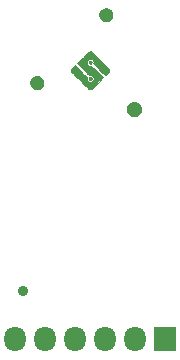
<source format=gbs>
%TF.GenerationSoftware,KiCad,Pcbnew,4.0.7*%
%TF.CreationDate,2018-07-15T20:16:19+02:00*%
%TF.ProjectId,Modulo_bluetooth,4D6F64756C6F5F626C7565746F6F7468,rev?*%
%TF.FileFunction,Soldermask,Bot*%
%FSLAX46Y46*%
G04 Gerber Fmt 4.6, Leading zero omitted, Abs format (unit mm)*
G04 Created by KiCad (PCBNEW 4.0.7) date 07/15/18 20:16:19*
%MOMM*%
%LPD*%
G01*
G04 APERTURE LIST*
%ADD10C,0.100000*%
%ADD11C,0.010000*%
%ADD12R,1.827200X2.132000*%
%ADD13O,1.827200X2.132000*%
%ADD14C,0.900000*%
G04 APERTURE END LIST*
D10*
D11*
G36*
X12724493Y-13496100D02*
X12719054Y-13497378D01*
X12611233Y-13534902D01*
X12512972Y-13591863D01*
X12426819Y-13665700D01*
X12355320Y-13753850D01*
X12301024Y-13853750D01*
X12269419Y-13949677D01*
X12252872Y-14066670D01*
X12258947Y-14179824D01*
X12287348Y-14288122D01*
X12337778Y-14390544D01*
X12409942Y-14486073D01*
X12432315Y-14509744D01*
X12512494Y-14580304D01*
X12596697Y-14631585D01*
X12691616Y-14667246D01*
X12743729Y-14680056D01*
X12817649Y-14692542D01*
X12881961Y-14695062D01*
X12947885Y-14687619D01*
X12985172Y-14680114D01*
X13099261Y-14643452D01*
X13201356Y-14587687D01*
X13289824Y-14514351D01*
X13363031Y-14424978D01*
X13419346Y-14321100D01*
X13445717Y-14247882D01*
X13462357Y-14158126D01*
X13463791Y-14059147D01*
X13450819Y-13958365D01*
X13424243Y-13863198D01*
X13397740Y-13803456D01*
X13367346Y-13757057D01*
X13324028Y-13704597D01*
X13273315Y-13651629D01*
X13220735Y-13603703D01*
X13171819Y-13566370D01*
X13146809Y-13551507D01*
X13045902Y-13511595D01*
X12937498Y-13488502D01*
X12828172Y-13483059D01*
X12724493Y-13496100D01*
X12724493Y-13496100D01*
G37*
X12724493Y-13496100D02*
X12719054Y-13497378D01*
X12611233Y-13534902D01*
X12512972Y-13591863D01*
X12426819Y-13665700D01*
X12355320Y-13753850D01*
X12301024Y-13853750D01*
X12269419Y-13949677D01*
X12252872Y-14066670D01*
X12258947Y-14179824D01*
X12287348Y-14288122D01*
X12337778Y-14390544D01*
X12409942Y-14486073D01*
X12432315Y-14509744D01*
X12512494Y-14580304D01*
X12596697Y-14631585D01*
X12691616Y-14667246D01*
X12743729Y-14680056D01*
X12817649Y-14692542D01*
X12881961Y-14695062D01*
X12947885Y-14687619D01*
X12985172Y-14680114D01*
X13099261Y-14643452D01*
X13201356Y-14587687D01*
X13289824Y-14514351D01*
X13363031Y-14424978D01*
X13419346Y-14321100D01*
X13445717Y-14247882D01*
X13462357Y-14158126D01*
X13463791Y-14059147D01*
X13450819Y-13958365D01*
X13424243Y-13863198D01*
X13397740Y-13803456D01*
X13367346Y-13757057D01*
X13324028Y-13704597D01*
X13273315Y-13651629D01*
X13220735Y-13603703D01*
X13171819Y-13566370D01*
X13146809Y-13551507D01*
X13045902Y-13511595D01*
X12937498Y-13488502D01*
X12828172Y-13483059D01*
X12724493Y-13496100D01*
G36*
X9137860Y-9187351D02*
X9095480Y-9193266D01*
X9050634Y-9207077D01*
X9039542Y-9211982D01*
X9019292Y-9225973D01*
X8984589Y-9255340D01*
X8935214Y-9300291D01*
X8870948Y-9361034D01*
X8791575Y-9437777D01*
X8696877Y-9530727D01*
X8586635Y-9640091D01*
X8511360Y-9715254D01*
X8032274Y-10194639D01*
X8534008Y-10696472D01*
X8637542Y-10799948D01*
X8726070Y-10888201D01*
X8800851Y-10962400D01*
X8863141Y-11023713D01*
X8914199Y-11073309D01*
X8955282Y-11112357D01*
X8987646Y-11142026D01*
X9012551Y-11163485D01*
X9031253Y-11177904D01*
X9045010Y-11186450D01*
X9055079Y-11190293D01*
X9062718Y-11190601D01*
X9065048Y-11190091D01*
X9127553Y-11181885D01*
X9196926Y-11187608D01*
X9262583Y-11206070D01*
X9280800Y-11214332D01*
X9346302Y-11259534D01*
X9396169Y-11318560D01*
X9429074Y-11387413D01*
X9443691Y-11462096D01*
X9438693Y-11538613D01*
X9412974Y-11612532D01*
X9379416Y-11661182D01*
X9332586Y-11707205D01*
X9280054Y-11744194D01*
X9233211Y-11764731D01*
X9152204Y-11776777D01*
X9075188Y-11768409D01*
X9005097Y-11741763D01*
X8944870Y-11698979D01*
X8897442Y-11642192D01*
X8865751Y-11573540D01*
X8852733Y-11495160D01*
X8852578Y-11487728D01*
X8853508Y-11444814D01*
X8856607Y-11408561D01*
X8860466Y-11389449D01*
X8860183Y-11382510D01*
X8854737Y-11371377D01*
X8843025Y-11354874D01*
X8823942Y-11331826D01*
X8796383Y-11301056D01*
X8759243Y-11261389D01*
X8711418Y-11211650D01*
X8651803Y-11150663D01*
X8579294Y-11077252D01*
X8492786Y-10990242D01*
X8391174Y-10888458D01*
X8366967Y-10864250D01*
X7864902Y-10362284D01*
X7731263Y-10494938D01*
X7667118Y-10559913D01*
X7618457Y-10612856D01*
X7583293Y-10656832D01*
X7559637Y-10694906D01*
X7545503Y-10730145D01*
X7538904Y-10765614D01*
X7537702Y-10793525D01*
X7542405Y-10846640D01*
X7554842Y-10891877D01*
X7558053Y-10898909D01*
X7569558Y-10913772D01*
X7596062Y-10943367D01*
X7636105Y-10986229D01*
X7688227Y-11040895D01*
X7750968Y-11105900D01*
X7822868Y-11179780D01*
X7902467Y-11261070D01*
X7988306Y-11348307D01*
X8078924Y-11440027D01*
X8172863Y-11534764D01*
X8268661Y-11631056D01*
X8364860Y-11727437D01*
X8459999Y-11822443D01*
X8552619Y-11914611D01*
X8641259Y-12002476D01*
X8724460Y-12084574D01*
X8800762Y-12159441D01*
X8868705Y-12225612D01*
X8926829Y-12281623D01*
X8973675Y-12326010D01*
X9007783Y-12357309D01*
X9027692Y-12374056D01*
X9030854Y-12376117D01*
X9088649Y-12397179D01*
X9150561Y-12405370D01*
X9199901Y-12400599D01*
X9234842Y-12388086D01*
X9271612Y-12369456D01*
X9274946Y-12367415D01*
X9290095Y-12354914D01*
X9319919Y-12327562D01*
X9362830Y-12286904D01*
X9417243Y-12234482D01*
X9481571Y-12171840D01*
X9554226Y-12100522D01*
X9633623Y-12022072D01*
X9718175Y-11938032D01*
X9787047Y-11869229D01*
X10260376Y-11395328D01*
X9758183Y-10893741D01*
X9255991Y-10392154D01*
X9201388Y-10404968D01*
X9127486Y-10410951D01*
X9054259Y-10395850D01*
X8985552Y-10361454D01*
X8925211Y-10309552D01*
X8886783Y-10258643D01*
X8868258Y-10225862D01*
X8857750Y-10196767D01*
X8853105Y-10162406D01*
X8852167Y-10114724D01*
X8858021Y-10040968D01*
X8876919Y-9981094D01*
X8911626Y-9928306D01*
X8940365Y-9897994D01*
X9005321Y-9850392D01*
X9076823Y-9822888D01*
X9151250Y-9814851D01*
X9224984Y-9825646D01*
X9294403Y-9854641D01*
X9355888Y-9901201D01*
X9405819Y-9964693D01*
X9414985Y-9981046D01*
X9430574Y-10026303D01*
X9439264Y-10083705D01*
X9440229Y-10143115D01*
X9432642Y-10194399D01*
X9432452Y-10195080D01*
X9431783Y-10202159D01*
X9434227Y-10211214D01*
X9440954Y-10223504D01*
X9453132Y-10240286D01*
X9471930Y-10262818D01*
X9498519Y-10292358D01*
X9534066Y-10330163D01*
X9579742Y-10377493D01*
X9636714Y-10435604D01*
X9706153Y-10505754D01*
X9789227Y-10589202D01*
X9887105Y-10687205D01*
X9925955Y-10726055D01*
X10427723Y-11227724D01*
X10566631Y-11089294D01*
X10618527Y-11035993D01*
X10664125Y-10986126D01*
X10700329Y-10943266D01*
X10724042Y-10910985D01*
X10729665Y-10901171D01*
X10750351Y-10833463D01*
X10751078Y-10761698D01*
X10731844Y-10693431D01*
X10729678Y-10688829D01*
X10718612Y-10672742D01*
X10695171Y-10644903D01*
X10658894Y-10604836D01*
X10609320Y-10552065D01*
X10545988Y-10486114D01*
X10468437Y-10406508D01*
X10376206Y-10312769D01*
X10268834Y-10204423D01*
X10145859Y-10080993D01*
X10006821Y-9942003D01*
X9992323Y-9927536D01*
X9865375Y-9800874D01*
X9753671Y-9689510D01*
X9656079Y-9592462D01*
X9571464Y-9508747D01*
X9498695Y-9437386D01*
X9436638Y-9377397D01*
X9384161Y-9327797D01*
X9340130Y-9287607D01*
X9303413Y-9255844D01*
X9272877Y-9231527D01*
X9247389Y-9213674D01*
X9225816Y-9201305D01*
X9207025Y-9193438D01*
X9189884Y-9189092D01*
X9173258Y-9187285D01*
X9156017Y-9187036D01*
X9137860Y-9187351D01*
X9137860Y-9187351D01*
G37*
X9137860Y-9187351D02*
X9095480Y-9193266D01*
X9050634Y-9207077D01*
X9039542Y-9211982D01*
X9019292Y-9225973D01*
X8984589Y-9255340D01*
X8935214Y-9300291D01*
X8870948Y-9361034D01*
X8791575Y-9437777D01*
X8696877Y-9530727D01*
X8586635Y-9640091D01*
X8511360Y-9715254D01*
X8032274Y-10194639D01*
X8534008Y-10696472D01*
X8637542Y-10799948D01*
X8726070Y-10888201D01*
X8800851Y-10962400D01*
X8863141Y-11023713D01*
X8914199Y-11073309D01*
X8955282Y-11112357D01*
X8987646Y-11142026D01*
X9012551Y-11163485D01*
X9031253Y-11177904D01*
X9045010Y-11186450D01*
X9055079Y-11190293D01*
X9062718Y-11190601D01*
X9065048Y-11190091D01*
X9127553Y-11181885D01*
X9196926Y-11187608D01*
X9262583Y-11206070D01*
X9280800Y-11214332D01*
X9346302Y-11259534D01*
X9396169Y-11318560D01*
X9429074Y-11387413D01*
X9443691Y-11462096D01*
X9438693Y-11538613D01*
X9412974Y-11612532D01*
X9379416Y-11661182D01*
X9332586Y-11707205D01*
X9280054Y-11744194D01*
X9233211Y-11764731D01*
X9152204Y-11776777D01*
X9075188Y-11768409D01*
X9005097Y-11741763D01*
X8944870Y-11698979D01*
X8897442Y-11642192D01*
X8865751Y-11573540D01*
X8852733Y-11495160D01*
X8852578Y-11487728D01*
X8853508Y-11444814D01*
X8856607Y-11408561D01*
X8860466Y-11389449D01*
X8860183Y-11382510D01*
X8854737Y-11371377D01*
X8843025Y-11354874D01*
X8823942Y-11331826D01*
X8796383Y-11301056D01*
X8759243Y-11261389D01*
X8711418Y-11211650D01*
X8651803Y-11150663D01*
X8579294Y-11077252D01*
X8492786Y-10990242D01*
X8391174Y-10888458D01*
X8366967Y-10864250D01*
X7864902Y-10362284D01*
X7731263Y-10494938D01*
X7667118Y-10559913D01*
X7618457Y-10612856D01*
X7583293Y-10656832D01*
X7559637Y-10694906D01*
X7545503Y-10730145D01*
X7538904Y-10765614D01*
X7537702Y-10793525D01*
X7542405Y-10846640D01*
X7554842Y-10891877D01*
X7558053Y-10898909D01*
X7569558Y-10913772D01*
X7596062Y-10943367D01*
X7636105Y-10986229D01*
X7688227Y-11040895D01*
X7750968Y-11105900D01*
X7822868Y-11179780D01*
X7902467Y-11261070D01*
X7988306Y-11348307D01*
X8078924Y-11440027D01*
X8172863Y-11534764D01*
X8268661Y-11631056D01*
X8364860Y-11727437D01*
X8459999Y-11822443D01*
X8552619Y-11914611D01*
X8641259Y-12002476D01*
X8724460Y-12084574D01*
X8800762Y-12159441D01*
X8868705Y-12225612D01*
X8926829Y-12281623D01*
X8973675Y-12326010D01*
X9007783Y-12357309D01*
X9027692Y-12374056D01*
X9030854Y-12376117D01*
X9088649Y-12397179D01*
X9150561Y-12405370D01*
X9199901Y-12400599D01*
X9234842Y-12388086D01*
X9271612Y-12369456D01*
X9274946Y-12367415D01*
X9290095Y-12354914D01*
X9319919Y-12327562D01*
X9362830Y-12286904D01*
X9417243Y-12234482D01*
X9481571Y-12171840D01*
X9554226Y-12100522D01*
X9633623Y-12022072D01*
X9718175Y-11938032D01*
X9787047Y-11869229D01*
X10260376Y-11395328D01*
X9758183Y-10893741D01*
X9255991Y-10392154D01*
X9201388Y-10404968D01*
X9127486Y-10410951D01*
X9054259Y-10395850D01*
X8985552Y-10361454D01*
X8925211Y-10309552D01*
X8886783Y-10258643D01*
X8868258Y-10225862D01*
X8857750Y-10196767D01*
X8853105Y-10162406D01*
X8852167Y-10114724D01*
X8858021Y-10040968D01*
X8876919Y-9981094D01*
X8911626Y-9928306D01*
X8940365Y-9897994D01*
X9005321Y-9850392D01*
X9076823Y-9822888D01*
X9151250Y-9814851D01*
X9224984Y-9825646D01*
X9294403Y-9854641D01*
X9355888Y-9901201D01*
X9405819Y-9964693D01*
X9414985Y-9981046D01*
X9430574Y-10026303D01*
X9439264Y-10083705D01*
X9440229Y-10143115D01*
X9432642Y-10194399D01*
X9432452Y-10195080D01*
X9431783Y-10202159D01*
X9434227Y-10211214D01*
X9440954Y-10223504D01*
X9453132Y-10240286D01*
X9471930Y-10262818D01*
X9498519Y-10292358D01*
X9534066Y-10330163D01*
X9579742Y-10377493D01*
X9636714Y-10435604D01*
X9706153Y-10505754D01*
X9789227Y-10589202D01*
X9887105Y-10687205D01*
X9925955Y-10726055D01*
X10427723Y-11227724D01*
X10566631Y-11089294D01*
X10618527Y-11035993D01*
X10664125Y-10986126D01*
X10700329Y-10943266D01*
X10724042Y-10910985D01*
X10729665Y-10901171D01*
X10750351Y-10833463D01*
X10751078Y-10761698D01*
X10731844Y-10693431D01*
X10729678Y-10688829D01*
X10718612Y-10672742D01*
X10695171Y-10644903D01*
X10658894Y-10604836D01*
X10609320Y-10552065D01*
X10545988Y-10486114D01*
X10468437Y-10406508D01*
X10376206Y-10312769D01*
X10268834Y-10204423D01*
X10145859Y-10080993D01*
X10006821Y-9942003D01*
X9992323Y-9927536D01*
X9865375Y-9800874D01*
X9753671Y-9689510D01*
X9656079Y-9592462D01*
X9571464Y-9508747D01*
X9498695Y-9437386D01*
X9436638Y-9377397D01*
X9384161Y-9327797D01*
X9340130Y-9287607D01*
X9303413Y-9255844D01*
X9272877Y-9231527D01*
X9247389Y-9213674D01*
X9225816Y-9201305D01*
X9207025Y-9193438D01*
X9189884Y-9189092D01*
X9173258Y-9187285D01*
X9156017Y-9187036D01*
X9137860Y-9187351D01*
G36*
X4559105Y-11287282D02*
X4454643Y-11311866D01*
X4355960Y-11357336D01*
X4265561Y-11423257D01*
X4231579Y-11455986D01*
X4160755Y-11543051D01*
X4111744Y-11635156D01*
X4083362Y-11735243D01*
X4074429Y-11846250D01*
X4074431Y-11846739D01*
X4085979Y-11953657D01*
X4118284Y-12056079D01*
X4169144Y-12150810D01*
X4236357Y-12234656D01*
X4317721Y-12304421D01*
X4411032Y-12356911D01*
X4432020Y-12365470D01*
X4496286Y-12383070D01*
X4573329Y-12393663D01*
X4654170Y-12396817D01*
X4729824Y-12392099D01*
X4780919Y-12382270D01*
X4886126Y-12341143D01*
X4979568Y-12280961D01*
X5059232Y-12203598D01*
X5123107Y-12110930D01*
X5161106Y-12028065D01*
X5187970Y-11923736D01*
X5193309Y-11818223D01*
X5178319Y-11714460D01*
X5144196Y-11615381D01*
X5092135Y-11523922D01*
X5023331Y-11443018D01*
X4938980Y-11375603D01*
X4882099Y-11343192D01*
X4775339Y-11302510D01*
X4666839Y-11284019D01*
X4559105Y-11287282D01*
X4559105Y-11287282D01*
G37*
X4559105Y-11287282D02*
X4454643Y-11311866D01*
X4355960Y-11357336D01*
X4265561Y-11423257D01*
X4231579Y-11455986D01*
X4160755Y-11543051D01*
X4111744Y-11635156D01*
X4083362Y-11735243D01*
X4074429Y-11846250D01*
X4074431Y-11846739D01*
X4085979Y-11953657D01*
X4118284Y-12056079D01*
X4169144Y-12150810D01*
X4236357Y-12234656D01*
X4317721Y-12304421D01*
X4411032Y-12356911D01*
X4432020Y-12365470D01*
X4496286Y-12383070D01*
X4573329Y-12393663D01*
X4654170Y-12396817D01*
X4729824Y-12392099D01*
X4780919Y-12382270D01*
X4886126Y-12341143D01*
X4979568Y-12280961D01*
X5059232Y-12203598D01*
X5123107Y-12110930D01*
X5161106Y-12028065D01*
X5187970Y-11923736D01*
X5193309Y-11818223D01*
X5178319Y-11714460D01*
X5144196Y-11615381D01*
X5092135Y-11523922D01*
X5023331Y-11443018D01*
X4938980Y-11375603D01*
X4882099Y-11343192D01*
X4775339Y-11302510D01*
X4666839Y-11284019D01*
X4559105Y-11287282D01*
G36*
X9100154Y-11370524D02*
X9059691Y-11396397D01*
X9031902Y-11433067D01*
X9025276Y-11452207D01*
X9025962Y-11496606D01*
X9043315Y-11540934D01*
X9073033Y-11575941D01*
X9087099Y-11585097D01*
X9134821Y-11601341D01*
X9179283Y-11596559D01*
X9211187Y-11581135D01*
X9246927Y-11548131D01*
X9264696Y-11507509D01*
X9265933Y-11464157D01*
X9252076Y-11422965D01*
X9224565Y-11388822D01*
X9184839Y-11366616D01*
X9146309Y-11360728D01*
X9100154Y-11370524D01*
X9100154Y-11370524D01*
G37*
X9100154Y-11370524D02*
X9059691Y-11396397D01*
X9031902Y-11433067D01*
X9025276Y-11452207D01*
X9025962Y-11496606D01*
X9043315Y-11540934D01*
X9073033Y-11575941D01*
X9087099Y-11585097D01*
X9134821Y-11601341D01*
X9179283Y-11596559D01*
X9211187Y-11581135D01*
X9246927Y-11548131D01*
X9264696Y-11507509D01*
X9265933Y-11464157D01*
X9252076Y-11422965D01*
X9224565Y-11388822D01*
X9184839Y-11366616D01*
X9146309Y-11360728D01*
X9100154Y-11370524D01*
G36*
X9117889Y-9992236D02*
X9093316Y-10002307D01*
X9056292Y-10031179D01*
X9031449Y-10072606D01*
X9022895Y-10118518D01*
X9024988Y-10136483D01*
X9045112Y-10178561D01*
X9081219Y-10211407D01*
X9126767Y-10230873D01*
X9175214Y-10232807D01*
X9176468Y-10232584D01*
X9199909Y-10221577D01*
X9227512Y-10199911D01*
X9233933Y-10193558D01*
X9261014Y-10150887D01*
X9268169Y-10104723D01*
X9256831Y-10060348D01*
X9228433Y-10023046D01*
X9184406Y-9998097D01*
X9180591Y-9996894D01*
X9145658Y-9989137D01*
X9117889Y-9992236D01*
X9117889Y-9992236D01*
G37*
X9117889Y-9992236D02*
X9093316Y-10002307D01*
X9056292Y-10031179D01*
X9031449Y-10072606D01*
X9022895Y-10118518D01*
X9024988Y-10136483D01*
X9045112Y-10178561D01*
X9081219Y-10211407D01*
X9126767Y-10230873D01*
X9175214Y-10232807D01*
X9176468Y-10232584D01*
X9199909Y-10221577D01*
X9227512Y-10199911D01*
X9233933Y-10193558D01*
X9261014Y-10150887D01*
X9268169Y-10104723D01*
X9256831Y-10060348D01*
X9228433Y-10023046D01*
X9184406Y-9998097D01*
X9180591Y-9996894D01*
X9145658Y-9989137D01*
X9117889Y-9992236D01*
G36*
X10428673Y-5544519D02*
X10325578Y-5564569D01*
X10228695Y-5603112D01*
X10140620Y-5658634D01*
X10063949Y-5729620D01*
X10001278Y-5814555D01*
X9955204Y-5911925D01*
X9935966Y-5978528D01*
X9922985Y-6086919D01*
X9931171Y-6193675D01*
X9958957Y-6295944D01*
X10004780Y-6390877D01*
X10067075Y-6475622D01*
X10144276Y-6547330D01*
X10234819Y-6603150D01*
X10291882Y-6626795D01*
X10369200Y-6646314D01*
X10455209Y-6656136D01*
X10540309Y-6655737D01*
X10614902Y-6644590D01*
X10615206Y-6644513D01*
X10708298Y-6612480D01*
X10791237Y-6564842D01*
X10869971Y-6498100D01*
X10878266Y-6489811D01*
X10946719Y-6409974D01*
X10994900Y-6327811D01*
X11024758Y-6238527D01*
X11038239Y-6137324D01*
X11039481Y-6092750D01*
X11030807Y-5988288D01*
X11003175Y-5893224D01*
X10955209Y-5804203D01*
X10885856Y-5718215D01*
X10810662Y-5649566D01*
X10729655Y-5599556D01*
X10643115Y-5565956D01*
X10535384Y-5544476D01*
X10428673Y-5544519D01*
X10428673Y-5544519D01*
G37*
X10428673Y-5544519D02*
X10325578Y-5564569D01*
X10228695Y-5603112D01*
X10140620Y-5658634D01*
X10063949Y-5729620D01*
X10001278Y-5814555D01*
X9955204Y-5911925D01*
X9935966Y-5978528D01*
X9922985Y-6086919D01*
X9931171Y-6193675D01*
X9958957Y-6295944D01*
X10004780Y-6390877D01*
X10067075Y-6475622D01*
X10144276Y-6547330D01*
X10234819Y-6603150D01*
X10291882Y-6626795D01*
X10369200Y-6646314D01*
X10455209Y-6656136D01*
X10540309Y-6655737D01*
X10614902Y-6644590D01*
X10615206Y-6644513D01*
X10708298Y-6612480D01*
X10791237Y-6564842D01*
X10869971Y-6498100D01*
X10878266Y-6489811D01*
X10946719Y-6409974D01*
X10994900Y-6327811D01*
X11024758Y-6238527D01*
X11038239Y-6137324D01*
X11039481Y-6092750D01*
X11030807Y-5988288D01*
X11003175Y-5893224D01*
X10955209Y-5804203D01*
X10885856Y-5718215D01*
X10810662Y-5649566D01*
X10729655Y-5599556D01*
X10643115Y-5565956D01*
X10535384Y-5544476D01*
X10428673Y-5544519D01*
D12*
X15494000Y-33528000D03*
D13*
X12954000Y-33528000D03*
X10414000Y-33528000D03*
X7874000Y-33528000D03*
X5334000Y-33528000D03*
X2794000Y-33528000D03*
D14*
X3429000Y-29464000D03*
M02*

</source>
